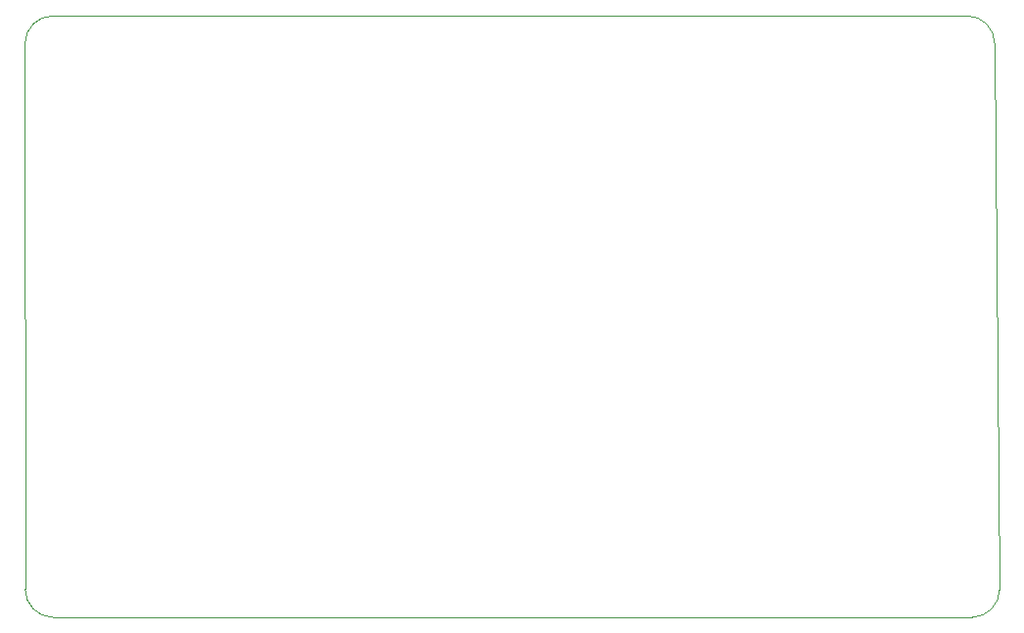
<source format=gm1>
%TF.GenerationSoftware,KiCad,Pcbnew,6.0.2+dfsg-1*%
%TF.CreationDate,2023-04-19T23:44:20+02:00*%
%TF.ProjectId,picopico,7069636f-7069-4636-9f2e-6b696361645f,rev?*%
%TF.SameCoordinates,Original*%
%TF.FileFunction,Profile,NP*%
%FSLAX46Y46*%
G04 Gerber Fmt 4.6, Leading zero omitted, Abs format (unit mm)*
G04 Created by KiCad (PCBNEW 6.0.2+dfsg-1) date 2023-04-19 23:44:20*
%MOMM*%
%LPD*%
G01*
G04 APERTURE LIST*
%TA.AperFunction,Profile*%
%ADD10C,0.100000*%
%TD*%
G04 APERTURE END LIST*
D10*
X75302556Y-66569056D02*
X154702000Y-66569056D01*
X75300000Y-14600000D02*
X154277744Y-14587856D01*
X157110256Y-64156056D02*
X156686000Y-16999000D01*
X72902556Y-64110000D02*
G75*
G03*
X75302556Y-66569056I2459782J-1D01*
G01*
X72902556Y-64110000D02*
X72900000Y-17000000D01*
X75300000Y-14600000D02*
G75*
G03*
X72900000Y-17000000I1J-2400001D01*
G01*
X156686000Y-16999000D02*
G75*
G03*
X154277744Y-14587856I-2408644J2499D01*
G01*
X154702000Y-66569056D02*
G75*
G03*
X157110256Y-64156056I-12644J2420880D01*
G01*
M02*

</source>
